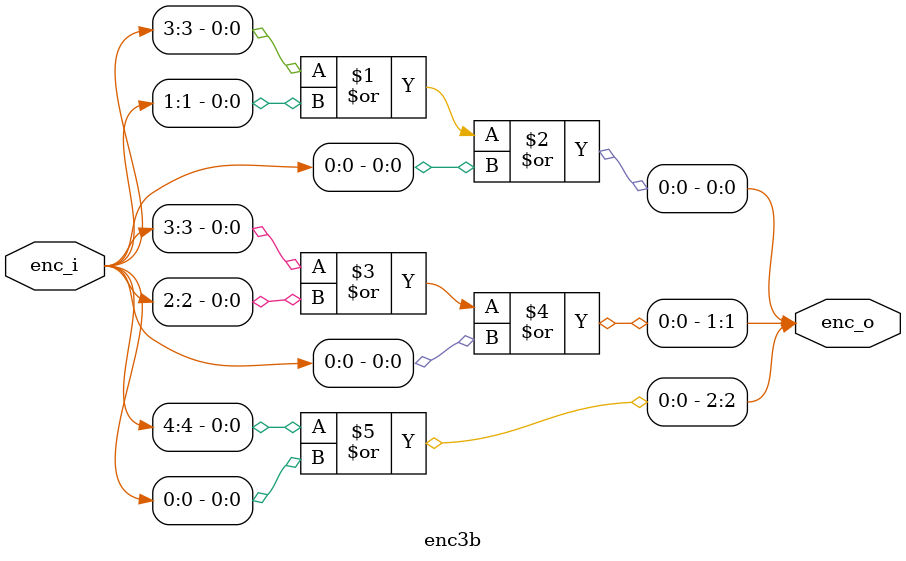
<source format=v>
module control(
    output PCsel, RegWEn, BrUn,
    output [2:0] ImmSel, WordSizeSel,
    output BSel, ASel,  MemRW, 
    output [3:0] ALUSel,
    output [1:0] WBSel,
    input  [31:0] instruction, 
    input  BrEq, BrLT
);

// PCsel : +4=0, ALU=1
// ImmSel : I=0, B=1, U=2, J=3, S=4
// ASel : REG=0, PC=1
// BSel : Imm=1, REG=0
// ALUSel : SUB/SR=[3], OperationFunctionSelect=[2:0]
// MemRW : Read=0, Write(only at SW opcode)=1
// RegWEn : NotEnabled=0, Enabled=1
// WBSel : ALU=1, MEM=0, +4=2
// WordSizeSel : [7:5] at SaveLoad==1

wire [8:0] inst_opcode = {instruction[30], instruction[14:12], instruction[6:2]};
wire JAL, JALR;    // JAL, JALR
wire BrJal;     // Branch or Jump condition
wire BeQ, BnE;  // 1 if opcode is BEQ or BNE
wire BLT, BGE;  // 1 if opcode is BLT or BGE
wire I_cond, B_cond, U_cond, J_cond, S_cond;
wire AUIPC;
wire ALU_cond_I, ALU_cond_R;
wire RegNWRT;
wire WBMEM_cond, WBp4_cond; // MEM, +4 condition
wire SaveLoad;

// Branch and Jump mode == PCsel
assign BrJal = (inst_opcode[4:2] == 3'b110);
assign JAL = BrJal & (inst_opcode[1:0] == 2'b11);
assign JALR = BrJal & (inst_opcode[1:0] == 2'b01);
assign BeQ = (inst_opcode[7:5] == 3'b000) & BrJal & (inst_opcode[1:0] == 2'b00);
assign BnE = (inst_opcode[7:5] == 3'b001) & BrJal & (inst_opcode[1:0] == 2'b00);
assign BLT = ({inst_opcode[7], inst_opcode[5]} == 2'b10) & BrJal;
assign BGE = ({inst_opcode[7], inst_opcode[5]} == 2'b11) & BrJal;

assign PCsel = JAL | JALR | (BeQ & BrEq) | (BnE & (~BrEq)) | (BLT & BrLT) | (BGE & (~BrLT));

// ImmSel part
assign U_cond = {inst_opcode[4], inst_opcode[2:0]} == 4'b0101;
assign J_cond = JAL;
assign B_cond = inst_opcode[4:0] == 5'b11000;
assign S_cond = inst_opcode[4:0] == 5'b01000;
assign I_cond = ({inst_opcode[4:3], inst_opcode[1:0]} == 4'b0000) | JALR;

enc3b ENCODE1(ImmSel, {S_cond, J_cond, U_cond, B_cond, I_cond});

// BrUn part
assign BrUn = BrJal & inst_opcode[6];

// ASel part
assign AUIPC = (inst_opcode[4:0] == 5'b00101);
assign ASel = AUIPC | JAL | BeQ | BLT | BGE | BnE;

// BSel part
assign BSel = ~(inst_opcode[4:0] == 5'b01100);

// ALUSel part
assign ALU_cond_I = (inst_opcode[4:0] == 5'b00100);     // I type instruction
assign ALU_cond_R = (inst_opcode[4:0] == 5'b01100);     // R type instruction
assign ALUSel = ALU_cond_R ? inst_opcode[8 -: 4] : ((ALU_cond_I) ? {1'b0, inst_opcode[7:5]} : 4'b0);

// MemRw part
assign MemRW = (inst_opcode[4:0] == 5'b01000);

// RegWEn part
assign RegNWRT = (inst_opcode[3:0] == 4'b1000);
assign RegWEn = RegNWRT ? 1'b0 : 1'b1;

// WBSel part
assign WBMEM_cond = (inst_opcode[4:0] == 5'b00000);
assign WBp4_cond  = JAL | JALR;
assign WBSel = WBp4_cond ? 2'b10 : ((WBMEM_cond) ? 2'b00: 2'b01);

// WordSizeSel part
assign SaveLoad = {inst_opcode[4], inst_opcode[2:0]} == 4'b0000;
assign WordSizeSel = (SaveLoad) ? inst_opcode[7:5] : 3'b010;

endmodule

module enc3b(
    output [2:0] enc_o,
    input  [4:0] enc_i // {S, J, U, B, I} order
);

assign enc_o[0] = enc_i[3] | enc_i[1] | enc_i[0];
assign enc_o[1] = enc_i[3] | enc_i[2] | enc_i[0];
assign enc_o[2] = enc_i[4] | enc_i[0];

endmodule

</source>
